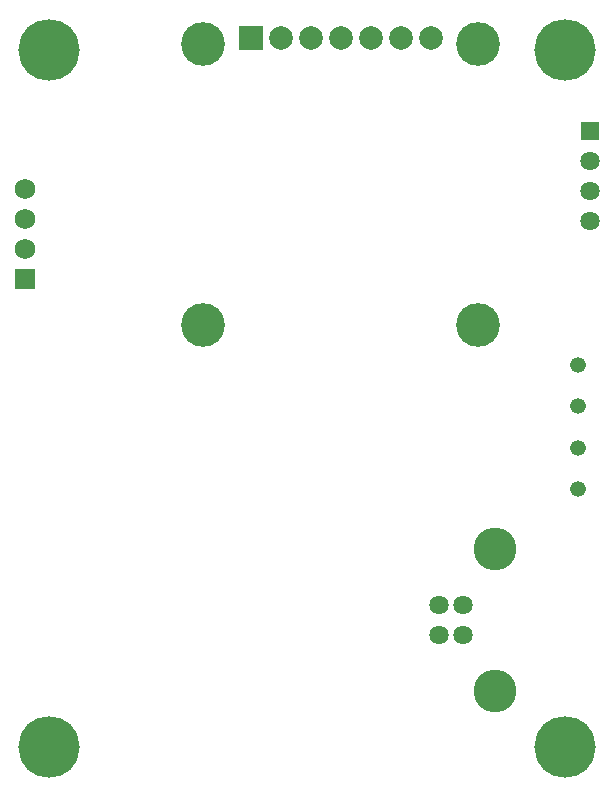
<source format=gbs>
G04*
G04 #@! TF.GenerationSoftware,Altium Limited,Altium Designer,19.1.8 (144)*
G04*
G04 Layer_Color=16711935*
%FSLAX25Y25*%
%MOIN*%
G70*
G01*
G75*
%ADD52C,0.20500*%
%ADD53R,0.06406X0.06406*%
%ADD54C,0.06406*%
%ADD55C,0.14279*%
%ADD56R,0.06799X0.06799*%
%ADD57C,0.06799*%
%ADD58C,0.07887*%
%ADD59R,0.07887X0.07887*%
%ADD60C,0.14580*%
%ADD61C,0.05224*%
D52*
X802000Y437000D02*
D03*
X974000D02*
D03*
Y204500D02*
D03*
X802000D02*
D03*
D53*
X982500Y409988D02*
D03*
D54*
Y399988D02*
D03*
Y389988D02*
D03*
Y379988D02*
D03*
X940000Y251842D02*
D03*
X932126D02*
D03*
X940000Y242000D02*
D03*
X932126D02*
D03*
D55*
X950669Y223220D02*
D03*
Y270622D02*
D03*
D56*
X794000Y360500D02*
D03*
D57*
Y370500D02*
D03*
Y380500D02*
D03*
Y390500D02*
D03*
D58*
X929300Y440950D02*
D03*
X919300D02*
D03*
X909300D02*
D03*
X879300D02*
D03*
X889300D02*
D03*
X899300D02*
D03*
D59*
X869300D02*
D03*
D60*
X945100Y345350D02*
D03*
X945200Y438950D02*
D03*
X853400D02*
D03*
Y345250D02*
D03*
D61*
X978500Y290534D02*
D03*
Y332000D02*
D03*
Y318178D02*
D03*
Y304356D02*
D03*
M02*

</source>
